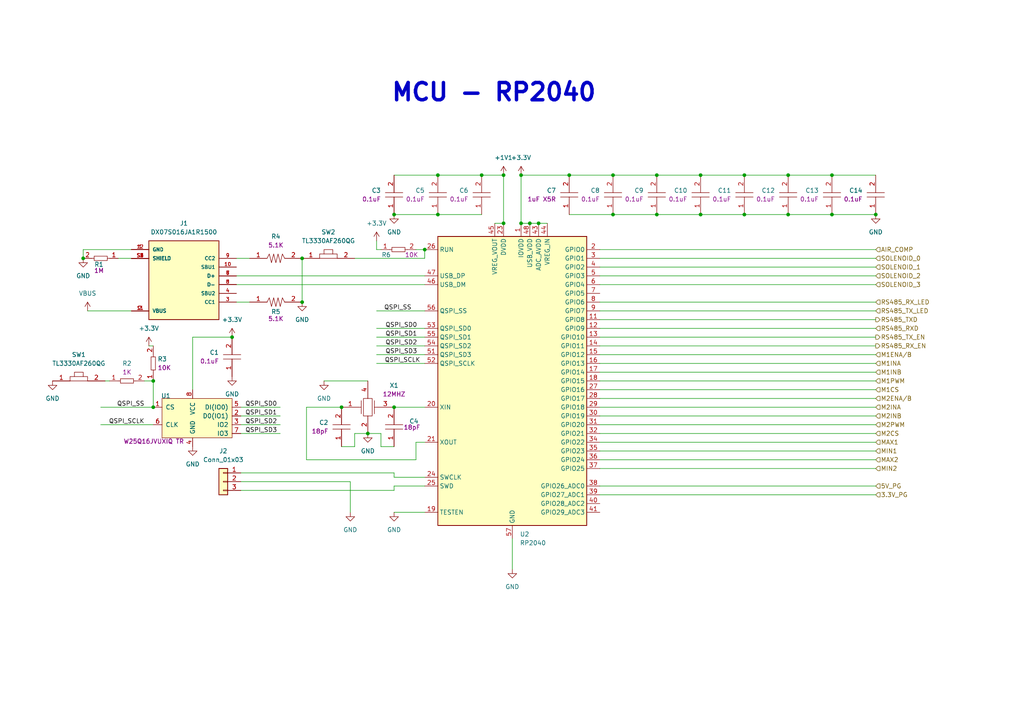
<source format=kicad_sch>
(kicad_sch (version 20231120) (generator "eeschema") (generator_version "8.0")
  (paper "A4")
  (junction (at 87.63 87.63))
  (junction (at 228.6 50.8))
  (junction (at 177.8 50.8))
  (junction (at 153.67 64.77))
  (junction (at 67.31 97.79))
  (junction (at 156.21 64.77))
  (junction (at 87.63 74.93))
  (junction (at 228.6 62.23))
  (junction (at 123.19 72.39))
  (junction (at 254 62.23))
  (junction (at 127 50.8))
  (junction (at 44.45 118.11))
  (junction (at 215.9 50.8))
  (junction (at 106.68 125.73))
  (junction (at 215.9 62.23))
  (junction (at 241.3 50.8))
  (junction (at 146.05 64.77))
  (junction (at 24.13 74.93))
  (junction (at 177.8 62.23))
  (junction (at 114.3 118.11))
  (junction (at 99.06 118.11))
  (junction (at 151.13 64.77))
  (junction (at 146.05 50.8))
  (junction (at 241.3 62.23))
  (junction (at 190.5 50.8))
  (junction (at 114.3 62.23))
  (junction (at 139.7 50.8))
  (junction (at 44.45 110.49))
  (junction (at 165.1 50.8))
  (junction (at 203.2 62.23))
  (junction (at 203.2 50.8))
  (junction (at 151.13 50.8))
  (junction (at 190.5 62.23))
  (junction (at 127 62.23))
  (wire (pts (xy 114.3 118.11) (xy 123.19 118.11)))
  (wire (pts (xy 254 143.51) (xy 173.99 143.51)))
  (wire (pts (xy 203.2 62.23) (xy 215.9 62.23)))
  (wire (pts (xy 127 62.23) (xy 139.7 62.23)))
  (wire (pts (xy 254 80.01) (xy 173.99 80.01)))
  (wire (pts (xy 127 50.8) (xy 139.7 50.8)))
  (wire (pts (xy 41.91 110.49) (xy 44.45 110.49)))
  (wire (pts (xy 114.3 62.23) (xy 127 62.23)))
  (wire (pts (xy 87.63 74.93) (xy 87.63 87.63)))
  (wire (pts (xy 146.05 50.8) (xy 146.05 64.77)))
  (wire (pts (xy 254 87.63) (xy 173.99 87.63)))
  (wire (pts (xy 109.22 97.79) (xy 123.19 97.79)))
  (wire (pts (xy 68.58 74.93) (xy 72.39 74.93)))
  (wire (pts (xy 106.68 125.73) (xy 110.49 125.73)))
  (wire (pts (xy 143.51 64.77) (xy 146.05 64.77)))
  (wire (pts (xy 69.85 118.11) (xy 81.28 118.11)))
  (wire (pts (xy 93.98 110.49) (xy 106.68 110.49)))
  (wire (pts (xy 254 125.73) (xy 173.99 125.73)))
  (wire (pts (xy 254 92.71) (xy 173.99 92.71)))
  (wire (pts (xy 29.21 123.19) (xy 44.45 123.19)))
  (wire (pts (xy 69.85 123.19) (xy 81.28 123.19)))
  (wire (pts (xy 254 95.25) (xy 173.99 95.25)))
  (wire (pts (xy 254 50.8) (xy 241.3 50.8)))
  (wire (pts (xy 25.4 90.17) (xy 38.1 90.17)))
  (wire (pts (xy 254 110.49) (xy 173.99 110.49)))
  (wire (pts (xy 114.3 138.43) (xy 123.19 138.43)))
  (wire (pts (xy 254 102.87) (xy 173.99 102.87)))
  (wire (pts (xy 68.58 87.63) (xy 72.39 87.63)))
  (wire (pts (xy 69.85 142.24) (xy 114.3 142.24)))
  (wire (pts (xy 69.85 120.65) (xy 81.28 120.65)))
  (wire (pts (xy 102.87 125.73) (xy 106.68 125.73)))
  (wire (pts (xy 148.59 165.1) (xy 148.59 156.21)))
  (wire (pts (xy 114.3 140.97) (xy 114.3 142.24)))
  (wire (pts (xy 190.5 50.8) (xy 177.8 50.8)))
  (wire (pts (xy 254 135.89) (xy 173.99 135.89)))
  (wire (pts (xy 31.75 110.49) (xy 30.48 110.49)))
  (wire (pts (xy 151.13 50.8) (xy 151.13 64.77)))
  (wire (pts (xy 254 140.97) (xy 173.99 140.97)))
  (wire (pts (xy 120.65 133.35) (xy 120.65 128.27)))
  (wire (pts (xy 254 82.55) (xy 173.99 82.55)))
  (wire (pts (xy 177.8 62.23) (xy 190.5 62.23)))
  (wire (pts (xy 55.88 97.79) (xy 55.88 113.03)))
  (wire (pts (xy 102.87 74.93) (xy 123.19 74.93)))
  (wire (pts (xy 241.3 50.8) (xy 228.6 50.8)))
  (wire (pts (xy 110.49 129.54) (xy 110.49 125.73)))
  (wire (pts (xy 254 113.03) (xy 173.99 113.03)))
  (wire (pts (xy 254 120.65) (xy 173.99 120.65)))
  (wire (pts (xy 254 118.11) (xy 173.99 118.11)))
  (wire (pts (xy 102.87 129.54) (xy 102.87 125.73)))
  (wire (pts (xy 69.85 125.73) (xy 81.28 125.73)))
  (wire (pts (xy 254 77.47) (xy 173.99 77.47)))
  (wire (pts (xy 165.1 50.8) (xy 151.13 50.8)))
  (wire (pts (xy 254 100.33) (xy 173.99 100.33)))
  (wire (pts (xy 109.22 90.17) (xy 123.19 90.17)))
  (wire (pts (xy 109.22 69.85) (xy 109.22 72.39)))
  (wire (pts (xy 34.29 74.93) (xy 38.1 74.93)))
  (wire (pts (xy 177.8 50.8) (xy 165.1 50.8)))
  (wire (pts (xy 68.58 80.01) (xy 123.19 80.01)))
  (wire (pts (xy 114.3 148.59) (xy 123.19 148.59)))
  (wire (pts (xy 153.67 64.77) (xy 156.21 64.77)))
  (wire (pts (xy 120.65 72.39) (xy 123.19 72.39)))
  (wire (pts (xy 228.6 62.23) (xy 241.3 62.23)))
  (wire (pts (xy 114.3 129.54) (xy 110.49 129.54)))
  (wire (pts (xy 165.1 62.23) (xy 177.8 62.23)))
  (wire (pts (xy 254 128.27) (xy 173.99 128.27)))
  (wire (pts (xy 101.6 139.7) (xy 101.6 148.59)))
  (wire (pts (xy 120.65 128.27) (xy 123.19 128.27)))
  (wire (pts (xy 88.9 133.35) (xy 120.65 133.35)))
  (wire (pts (xy 69.85 137.16) (xy 114.3 137.16)))
  (wire (pts (xy 139.7 50.8) (xy 146.05 50.8)))
  (wire (pts (xy 151.13 64.77) (xy 153.67 64.77)))
  (wire (pts (xy 114.3 50.8) (xy 127 50.8)))
  (wire (pts (xy 24.13 72.39) (xy 24.13 74.93)))
  (wire (pts (xy 254 74.93) (xy 173.99 74.93)))
  (wire (pts (xy 254 123.19) (xy 173.99 123.19)))
  (wire (pts (xy 215.9 50.8) (xy 203.2 50.8)))
  (wire (pts (xy 203.2 50.8) (xy 190.5 50.8)))
  (wire (pts (xy 254 105.41) (xy 173.99 105.41)))
  (wire (pts (xy 109.22 72.39) (xy 110.49 72.39)))
  (wire (pts (xy 99.06 129.54) (xy 102.87 129.54)))
  (wire (pts (xy 109.22 100.33) (xy 123.19 100.33)))
  (wire (pts (xy 215.9 62.23) (xy 228.6 62.23)))
  (wire (pts (xy 67.31 97.79) (xy 55.88 97.79)))
  (wire (pts (xy 68.58 82.55) (xy 123.19 82.55)))
  (wire (pts (xy 123.19 74.93) (xy 123.19 72.39)))
  (wire (pts (xy 241.3 62.23) (xy 254 62.23)))
  (wire (pts (xy 29.21 118.11) (xy 44.45 118.11)))
  (wire (pts (xy 69.85 139.7) (xy 101.6 139.7)))
  (wire (pts (xy 254 130.81) (xy 173.99 130.81)))
  (wire (pts (xy 123.19 140.97) (xy 114.3 140.97)))
  (wire (pts (xy 109.22 105.41) (xy 123.19 105.41)))
  (wire (pts (xy 38.1 72.39) (xy 24.13 72.39)))
  (wire (pts (xy 228.6 50.8) (xy 215.9 50.8)))
  (wire (pts (xy 254 115.57) (xy 173.99 115.57)))
  (wire (pts (xy 88.9 118.11) (xy 88.9 133.35)))
  (wire (pts (xy 254 97.79) (xy 173.99 97.79)))
  (wire (pts (xy 156.21 64.77) (xy 158.75 64.77)))
  (wire (pts (xy 190.5 62.23) (xy 203.2 62.23)))
  (wire (pts (xy 44.45 100.33) (xy 43.18 100.33)))
  (wire (pts (xy 254 107.95) (xy 173.99 107.95)))
  (wire (pts (xy 254 133.35) (xy 173.99 133.35)))
  (wire (pts (xy 109.22 102.87) (xy 123.19 102.87)))
  (wire (pts (xy 254 72.39) (xy 173.99 72.39)))
  (wire (pts (xy 44.45 110.49) (xy 44.45 118.11)))
  (wire (pts (xy 254 90.17) (xy 173.99 90.17)))
  (wire (pts (xy 88.9 118.11) (xy 99.06 118.11)))
  (wire (pts (xy 114.3 137.16) (xy 114.3 138.43)))
  (wire (pts (xy 109.22 95.25) (xy 123.19 95.25)))
  (text "MCU - RP2040\n" (at 143.256 26.924 0) (effects (font (size 5 5) (thickness 1) (bold yes))))
  (label "QSPI_SD3" (at 71.12 125.73 0))
  (label "QSPI_SS" (at 41.91 118.11 180))
  (label "QSPI_SD1" (at 71.12 120.65 0))
  (label "QSPI_SD0" (at 71.12 118.11 0))
  (label "QSPI_SD3" (at 111.76 102.87 0))
  (label "QSPI_SS" (at 119.38 90.17 180))
  (label "QSPI_SCLK" (at 121.92 105.41 180))
  (label "QSPI_SD0" (at 111.76 95.25 0))
  (label "QSPI_SCLK" (at 41.91 123.19 180))
  (label "QSPI_SD2" (at 71.12 123.19 0))
  (label "QSPI_SD2" (at 111.76 100.33 0))
  (label "QSPI_SD1" (at 111.76 97.79 0))
  (hierarchical_label "RS485_TX_LED" (shape input) (at 254 90.17 0))
  (hierarchical_label "RS485_RX_LED" (shape input) (at 254 87.63 0))
  (hierarchical_label "MIN2" (shape input) (at 254 135.89 0))
  (hierarchical_label "M1CS" (shape input) (at 254 113.03 0))
  (hierarchical_label "SOLENOID_2" (shape input) (at 254 80.01 0))
  (hierarchical_label "M2ENA{slash}B" (shape input) (at 254 115.57 0))
  (hierarchical_label "RS485_RX_EN" (shape output) (at 254 100.33 0))
  (hierarchical_label "RS485_TX_EN" (shape output) (at 254 97.79 0))
  (hierarchical_label "SOLENOID_3" (shape input) (at 254 82.55 0))
  (hierarchical_label "M2CS" (shape input) (at 254 125.73 0))
  (hierarchical_label "SOLENOID_1" (shape input) (at 254 77.47 0))
  (hierarchical_label "3.3V_PG" (shape input) (at 254 143.51 0))
  (hierarchical_label "M1INA" (shape input) (at 254 105.41 0))
  (hierarchical_label "M1ENA{slash}B" (shape input) (at 254 102.87 0))
  (hierarchical_label "M1PWM" (shape input) (at 254 110.49 0))
  (hierarchical_label "RS485_TXD" (shape output) (at 254 92.71 0))
  (hierarchical_label "5V_PG" (shape input) (at 254 140.97 0))
  (hierarchical_label "AIR_COMP" (shape input) (at 254 72.39 0))
  (hierarchical_label "MIN1" (shape input) (at 254 130.81 0))
  (hierarchical_label "MAX2" (shape input) (at 254 133.35 0))
  (hierarchical_label "M2PWM" (shape input) (at 254 123.19 0))
  (hierarchical_label "MAX1" (shape input) (at 254 128.27 0))
  (hierarchical_label "SOLENOID_0" (shape input) (at 254 74.93 0))
  (hierarchical_label "RS485_RXD" (shape input) (at 254 95.25 0))
  (hierarchical_label "M2INA" (shape input) (at 254 118.11 0))
  (hierarchical_label "M1INB" (shape input) (at 254 107.95 0))
  (hierarchical_label "M2INB" (shape input) (at 254 120.65 0))
  (symbol (lib_id "power:GND") (at 106.68 125.73 0) (unit 1)
    (property "Reference" "#PWR011" (effects (hide yes)))
    (property "Value" "GND" (at 106.68 130.81 0))
  )
  (symbol (lib_id "power:+3.3V") (at 43.18 100.33 0) (unit 1)
    (property "Reference" "#PWR04" (effects (hide yes)))
    (property "Value" "+3.3V" (at 43.18 95.25 0))
  )
  (symbol (lib_id "AVR-KiCAD-Lib-Resistors:RT0603BRD071ML") (at 29.21 74.93 180) (unit 1)
    (property "Reference" "R1" (at 28.702 76.708 0))
    (property "Value" "RT0603BRD071ML" (effects (hide yes)))
    (property "Footprint" "AVR-KiCAD-Lib-Resistors:R0603" (effects (hide yes)))
    (property "Datasheet" "https://www.yageo.com/upload/media/product/app/datasheet/rchip/pyu-rt_1-to-0.01_rohs_l.pdf" (effects (hide yes)))
    (property "Description" "RES SMD 1M OHM 0.1% 1/10W 0603" (effects (hide yes)))
    (property "Cost QTY: 1" "0.13000" (effects (hide yes)))
    (property "Cost QTY: 1000" "0.04943" (effects (hide yes)))
    (property "Cost QTY: 2500" "*" (effects (hide yes)))
    (property "Cost QTY: 5000" "0.03679" (effects (hide yes)))
    (property "Cost QTY: 10000" "0.03224" (effects (hide yes)))
    (property "MFR" "YAGEO" (effects (hide yes)))
    (property "MFR#" "RT0603BRD071ML" (effects (hide yes)))
    (property "Vendor" "Digikey" (effects (hide yes)))
    (property "Vendor #" "YAG4498TR-ND" (effects (hide yes)))
    (property "Designer" "Adam Vadala-Roth" (effects (hide yes)))
    (property "Height" "0.55mm" (effects (hide yes)))
    (property "Date Created" "3/8/2024" (effects (hide yes)))
    (property "Date Modified" "3/8/2024" (effects (hide yes)))
    (property "Lead-Free ?" "Yes" (effects (hide yes)))
    (property "RoHS Levels" "1" (effects (hide yes)))
    (property "Mounting" "SMT" (effects (hide yes)))
    (property "Pin Count #" "2" (effects (hide yes)))
    (property "Status" "Active" (effects (hide yes)))
    (property "Tolerance" "1%" (effects (hide yes)))
    (property "Type" "Resistor" (effects (hide yes)))
    (property "Voltage" "N/A" (effects (hide yes)))
    (property "Package" "0603" (effects (hide yes)))
    (property "_Value_" "1M" (at 28.702 78.486 0))
    (property "Management_ID" "*" (effects (hide yes)))
  )
  (symbol (lib_id "AVR-KiCAD-Lib-Capacitors:C0402C104K9PACTU") (at 254 57.15 90) (unit 1)
    (property "Reference" "C14" (at 250.19 55.2449 90) (effects (justify left)))
    (property "Value" "C0402C104K9PACTU" (effects (hide yes)))
    (property "Footprint" "AVR-KiCAD-Lib-Resistors:R0402" (effects (hide yes)))
    (property "Datasheet" "https://content.kemet.com/datasheets/KEM_C1006_X5R_SMD.pdf" (effects (hide yes)))
    (property "Description" "0.1µF ±10% 6.3V Ceramic Capacitor X5R 0402 (1005 Metric)" (effects (hide yes)))
    (property "Cost QTY: 1" "0.10000" (effects (hide yes)))
    (property "Cost QTY: 1000" "0.01139" (effects (hide yes)))
    (property "Cost QTY: 2500" "0.01035" (effects (hide yes)))
    (property "Cost QTY: 5000" "0.00952" (effects (hide yes)))
    (property "Cost QTY: 10000" "0.00756" (effects (hide yes)))
    (property "MFR" "KEMET" (effects (hide yes)))
    (property "MFR#" "C0402C104K9PACTU" (effects (hide yes)))
    (property "Vendor" "Digikey" (effects (hide yes)))
    (property "Vendor #" "399-3026-6-ND" (effects (hide yes)))
    (property "Designer" "AVR" (effects (hide yes)))
    (property "Height" "0.55mm" (effects (hide yes)))
    (property "Date Created" "12/7/2019" (effects (hide yes)))
    (property "Date Modified" "12/7/2019" (effects (hide yes)))
    (property "Lead-Free ?" "Yes" (effects (hide yes)))
    (property "RoHS Levels" "1" (effects (hide yes)))
    (property "Mounting" "SMT" (effects (hide yes)))
    (property "Pin Count #" "2" (effects (hide yes)))
    (property "Status" "Active" (effects (hide yes)))
    (property "Tolerance" "10%" (effects (hide yes)))
    (property "Type" "Ceramic Cap" (effects (hide yes)))
    (property "Voltage" "6.3V" (effects (hide yes)))
    (property "Package" "0402" (effects (hide yes)))
    (property "_Value_" "0.1uF" (at 250.19 57.7849 90) (effects (justify left)))
    (property "Management_ID" "*" (effects (hide yes)))
  )
  (symbol (lib_id "power:+1V1") (at 146.05 50.8 0) (unit 1)
    (property "Reference" "#PWR015" (effects (hide yes)))
    (property "Value" "+1V1" (at 146.05 45.72 0))
  )
  (symbol (lib_id "power:GND") (at 93.98 110.49 0) (unit 1)
    (property "Reference" "#PWR09" (effects (hide yes)))
    (property "Value" "GND" (at 93.98 115.57 0))
  )
  (symbol (lib_id "Connector_Generic:Conn_01x03") (at 64.77 139.7 0) (mirror y) (unit 1)
    (property "Reference" "J2" (at 64.77 130.81 0))
    (property "Value" "Conn_01x03" (at 64.77 133.35 0))
    (property "Description" "Generic connector, single row, 01x03, script generated (kicad-library-utils/schlib/autogen/connector/)" (effects (hide yes)))
  )
  (symbol (lib_id "power:+3.3V") (at 151.13 50.8 0) (unit 1)
    (property "Reference" "#PWR017" (effects (hide yes)))
    (property "Value" "+3.3V" (at 151.13 45.72 0))
  )
  (symbol (lib_id "AVR-KiCAD-Lib-Resistors:RC1206FR-075K1L") (at 80.01 87.63 0) (unit 1)
    (property "Reference" "R5" (at 80.01 90.424 0))
    (property "Value" "RC1206FR-075K1L" (effects (hide yes)))
    (property "Footprint" "AVR-KiCAD-Lib-Resistors:R1206" (effects (hide yes)))
    (property "Description" "RES SMD 5.1K OHM 1% 1/4W 1206" (effects (hide yes)))
    (property "Cost QTY: 1" "0.10000	" (effects (hide yes)))
    (property "Cost QTY: 1000" "0.01480" (effects (hide yes)))
    (property "Cost QTY: 2500" "0.01300" (effects (hide yes)))
    (property "Cost QTY: 5000" "*" (effects (hide yes)))
    (property "Cost QTY: 10000" "*" (effects (hide yes)))
    (property "MFR" "Yageo" (effects (hide yes)))
    (property "MFR#" "RC1206FR-075K1L" (effects (hide yes)))
    (property "Vendor" "Digikey" (effects (hide yes)))
    (property "Vendor #" "311-5.10KFRCT-ND" (effects (hide yes)))
    (property "Designer" "AVR" (effects (hide yes)))
    (property "Height" "0.65mm" (effects (hide yes)))
    (property "Date Created" "5/2/2019" (effects (hide yes)))
    (property "Date Modified" "5/2/2019" (effects (hide yes)))
    (property "Lead-Free ?" "Yes" (effects (hide yes)))
    (property "RoHS Levels" "1" (effects (hide yes)))
    (property "Mounting" "SMT" (effects (hide yes)))
    (property "Pin Count #" "2" (effects (hide yes)))
    (property "Status" "Active" (effects (hide yes)))
    (property "Tolerance" "1%" (effects (hide yes)))
    (property "Type" "SMT Chip Resistor " (effects (hide yes)))
    (property "Voltage" "*" (effects (hide yes)))
    (property "Package" "1206" (effects (hide yes)))
    (property "_Value_" "5.1K" (at 80.01 92.456 0))
    (property "Management_ID" "*" (effects (hide yes)))
  )
  (symbol (lib_id "power:+3.3V") (at 67.31 97.79 0) (unit 1)
    (property "Reference" "#PWR06" (effects (hide yes)))
    (property "Value" "+3.3V" (at 67.31 92.71 0))
  )
  (symbol (lib_id "AVR-KiCAD-Lib-Capacitors:C0402C104K9PACTU") (at 203.2 57.15 90) (unit 1)
    (property "Reference" "C10" (at 199.39 55.2449 90) (effects (justify left)))
    (property "Value" "C0402C104K9PACTU" (effects (hide yes)))
    (property "Footprint" "AVR-KiCAD-Lib-Resistors:R0402" (effects (hide yes)))
    (property "Datasheet" "https://content.kemet.com/datasheets/KEM_C1006_X5R_SMD.pdf" (effects (hide yes)))
    (property "Description" "0.1µF ±10% 6.3V Ceramic Capacitor X5R 0402 (1005 Metric)" (effects (hide yes)))
    (property "Cost QTY: 1" "0.10000" (effects (hide yes)))
    (property "Cost QTY: 1000" "0.01139" (effects (hide yes)))
    (property "Cost QTY: 2500" "0.01035" (effects (hide yes)))
    (property "Cost QTY: 5000" "0.00952" (effects (hide yes)))
    (property "Cost QTY: 10000" "0.00756" (effects (hide yes)))
    (property "MFR" "KEMET" (effects (hide yes)))
    (property "MFR#" "C0402C104K9PACTU" (effects (hide yes)))
    (property "Vendor" "Digikey" (effects (hide yes)))
    (property "Vendor #" "399-3026-6-ND" (effects (hide yes)))
    (property "Designer" "AVR" (effects (hide yes)))
    (property "Height" "0.55mm" (effects (hide yes)))
    (property "Date Created" "12/7/2019" (effects (hide yes)))
    (property "Date Modified" "12/7/2019" (effects (hide yes)))
    (property "Lead-Free ?" "Yes" (effects (hide yes)))
    (property "RoHS Levels" "1" (effects (hide yes)))
    (property "Mounting" "SMT" (effects (hide yes)))
    (property "Pin Count #" "2" (effects (hide yes)))
    (property "Status" "Active" (effects (hide yes)))
    (property "Tolerance" "10%" (effects (hide yes)))
    (property "Type" "Ceramic Cap" (effects (hide yes)))
    (property "Voltage" "6.3V" (effects (hide yes)))
    (property "Package" "0402" (effects (hide yes)))
    (property "_Value_" "0.1uF" (at 199.39 57.7849 90) (effects (justify left)))
    (property "Management_ID" "*" (effects (hide yes)))
  )
  (symbol (lib_id "power:VBUS") (at 25.4 90.17 0) (unit 1)
    (property "Reference" "#PWR03" (effects (hide yes)))
    (property "Value" "VBUS" (at 25.4 85.09 0))
  )
  (symbol (lib_id "AVR-KiCAD-Lib-Capacitors:C0402C104K9PACTU") (at 114.3 57.15 90) (unit 1)
    (property "Reference" "C3" (at 110.49 55.2449 90) (effects (justify left)))
    (property "Value" "C0402C104K9PACTU" (effects (hide yes)))
    (property "Footprint" "AVR-KiCAD-Lib-Resistors:R0402" (effects (hide yes)))
    (property "Datasheet" "https://content.kemet.com/datasheets/KEM_C1006_X5R_SMD.pdf" (effects (hide yes)))
    (property "Description" "0.1µF ±10% 6.3V Ceramic Capacitor X5R 0402 (1005 Metric)" (effects (hide yes)))
    (property "Cost QTY: 1" "0.10000" (effects (hide yes)))
    (property "Cost QTY: 1000" "0.01139" (effects (hide yes)))
    (property "Cost QTY: 2500" "0.01035" (effects (hide yes)))
    (property "Cost QTY: 5000" "0.00952" (effects (hide yes)))
    (property "Cost QTY: 10000" "0.00756" (effects (hide yes)))
    (property "MFR" "KEMET" (effects (hide yes)))
    (property "MFR#" "C0402C104K9PACTU" (effects (hide yes)))
    (property "Vendor" "Digikey" (effects (hide yes)))
    (property "Vendor #" "399-3026-6-ND" (effects (hide yes)))
    (property "Designer" "AVR" (effects (hide yes)))
    (property "Height" "0.55mm" (effects (hide yes)))
    (property "Date Created" "12/7/2019" (effects (hide yes)))
    (property "Date Modified" "12/7/2019" (effects (hide yes)))
    (property "Lead-Free ?" "Yes" (effects (hide yes)))
    (property "RoHS Levels" "1" (effects (hide yes)))
    (property "Mounting" "SMT" (effects (hide yes)))
    (property "Pin Count #" "2" (effects (hide yes)))
    (property "Status" "Active" (effects (hide yes)))
    (property "Tolerance" "10%" (effects (hide yes)))
    (property "Type" "Ceramic Cap" (effects (hide yes)))
    (property "Voltage" "6.3V" (effects (hide yes)))
    (property "Package" "0402" (effects (hide yes)))
    (property "_Value_" "0.1uF" (at 110.49 57.7849 90) (effects (justify left)))
    (property "Management_ID" "*" (effects (hide yes)))
  )
  (symbol (lib_id "AVR-KiCAD-Lib-ICs:W25Q16JVUXIQ_TR") (at 46.99 127 0) (unit 1)
    (property "Reference" "U1" (at 46.736 114.808 0) (effects (justify left)))
    (property "Value" "TEMPLATE" (effects (hide yes)))
    (property "Footprint" "AVR-KiCAD-Lib-ICs:PSON50P300X200X60-9N" (effects (hide yes)))
    (property "Datasheet" "https://www.winbond.com/resource-files/w25q16jv%20spi%20revh%2004082019%20plus.pdf" (effects (hide yes)))
    (property "Description" "FLASH - NOR Memory IC 16Mbit SPI - Quad I/O 133 MHz 6 ns 8-USON (2x3)" (effects (hide yes)))
    (property "Cost QTY: 1" "0.58000" (effects (hide yes)))
    (property "Cost QTY: 1000" "0.43459" (effects (hide yes)))
    (property "Cost QTY: 2500" "*" (effects (hide yes)))
    (property "Cost QTY: 5000" "*" (effects (hide yes)))
    (property "Cost QTY: 10000" "*" (effects (hide yes)))
    (property "MFR" "Winbond Electronics" (effects (hide yes)))
    (property "MFR#" "W25Q16JVUXIQ TR" (effects (hide yes)))
    (property "Vendor" "Digikey" (effects (hide yes)))
    (property "Vendor #" "256-W25Q16JVUXIQTR-ND" (effects (hide yes)))
    (property "Designer" "Adam Vadala-Roth" (effects (hide yes)))
    (property "Height" "0.5mm" (effects (hide yes)))
    (property "Date Created" "4/13/2024" (effects (hide yes)))
    (property "Date Modified" "4/13/2024" (effects (hide yes)))
    (property "Lead-Free ?" "yes" (effects (hide yes)))
    (property "RoHS Levels" "1" (effects (hide yes)))
    (property "Mounting" "SMT" (effects (hide yes)))
    (property "Pin Count #" "8" (effects (hide yes)))
    (property "Status" "Active" (effects (hide yes)))
    (property "Tolerance" "*" (effects (hide yes)))
    (property "Type" "IC" (effects (hide yes)))
    (property "Voltage" "3.3V" (effects (hide yes)))
    (property "Package" "UFDFN" (effects (hide yes)))
    (property "_Value_" "W25Q16JVUXIQ TR" (at 35.814 128.016 0) (effects (justify left)))
    (property "Management_ID" "*" (effects (hide yes)))
  )
  (symbol (lib_id "AVR-KiCAD-Lib-Capacitors:CC0603KRX5R7BB105") (at 165.1 57.15 90) (unit 1)
    (property "Reference" "C7" (at 161.29 55.2449 90) (effects (justify left)))
    (property "Value" "CC0603KRX5R7BB105" (effects (hide yes)))
    (property "Footprint" "AVR-KiCAD-Lib-Capacitors:C0603" (effects (hide yes)))
    (property "Datasheet" "https://www.yageo.com/upload/media/product/productsearch/datasheet/mlcc/UPY-GPHC_X5R_4V-to-50V_25.pdf" (effects (hide yes)))
    (property "Description" "1µF ±10% 16V Ceramic Capacitor X5R 0603 (1608 Metric)" (effects (hide yes)))
    (property "Cost QTY: 1" "0.11000" (effects (hide yes)))
    (property "Cost QTY: 1000" "0.02217" (effects (hide yes)))
    (property "Cost QTY: 2500" "*" (effects (hide yes)))
    (property "Cost QTY: 5000" "0.01645" (effects (hide yes)))
    (property "Cost QTY: 10000" "0.01530" (effects (hide yes)))
    (property "MFR" "Yageo" (effects (hide yes)))
    (property "MFR#" "CC0603KRX5R7BB105" (effects (hide yes)))
    (property "Vendor" "Digikey" (effects (hide yes)))
    (property "Vendor #" "311-1444-1-ND" (effects (hide yes)))
    (property "Designer" "AVR" (effects (hide yes)))
    (property "Height" "0.9mm" (effects (hide yes)))
    (property "Date Created" "12/7/2019" (effects (hide yes)))
    (property "Date Modified" "12/7/2019" (effects (hide yes)))
    (property "Lead-Free ?" "Yes" (effects (hide yes)))
    (property "RoHS Levels" "1" (effects (hide yes)))
    (property "Mounting" "SMT" (effects (hide yes)))
    (property "Pin Count #" "2" (effects (hide yes)))
    (property "Status" "Active" (effects (hide yes)))
    (property "Tolerance" "10%" (effects (hide yes)))
    (property "Type" "Ceramic Cap" (effects (hide yes)))
    (property "Voltage" "16V" (effects (hide yes)))
    (property "Package" "0603" (effects (hide yes)))
    (property "_Value_" "1uF X5R" (at 161.29 57.7849 90) (effects (justify left)))
    (property "Management_ID" "*" (effects (hide yes)))
  )
  (symbol (lib_id "AVR-KiCAD-Lib-Resistors:RC1206FR-075K1L") (at 80.01 74.93 0) (unit 1)
    (property "Reference" "R4" (at 80.01 68.58 0))
    (property "Value" "RC1206FR-075K1L" (effects (hide yes)))
    (property "Footprint" "AVR-KiCAD-Lib-Resistors:R1206" (effects (hide yes)))
    (property "Description" "RES SMD 5.1K OHM 1% 1/4W 1206" (effects (hide yes)))
    (property "Cost QTY: 1" "0.10000	" (effects (hide yes)))
    (property "Cost QTY: 1000" "0.01480" (effects (hide yes)))
    (property "Cost QTY: 2500" "0.01300" (effects (hide yes)))
    (property "Cost QTY: 5000" "*" (effects (hide yes)))
    (property "Cost QTY: 10000" "*" (effects (hide yes)))
    (property "MFR" "Yageo" (effects (hide yes)))
    (property "MFR#" "RC1206FR-075K1L" (effects (hide yes)))
    (property "Vendor" "Digikey" (effects (hide yes)))
    (property "Vendor #" "311-5.10KFRCT-ND" (effects (hide yes)))
    (property "Designer" "AVR" (effects (hide yes)))
    (property "Height" "0.65mm" (effects (hide yes)))
    (property "Date Created" "5/2/2019" (effects (hide yes)))
    (property "Date Modified" "5/2/2019" (effects (hide yes)))
    (property "Lead-Free ?" "Yes" (effects (hide yes)))
    (property "RoHS Levels" "1" (effects (hide yes)))
    (property "Mounting" "SMT" (effects (hide yes)))
    (property "Pin Count #" "2" (effects (hide yes)))
    (property "Status" "Active" (effects (hide yes)))
    (property "Tolerance" "1%" (effects (hide yes)))
    (property "Type" "SMT Chip Resistor " (effects (hide yes)))
    (property "Voltage" "*" (effects (hide yes)))
    (property "Package" "1206" (effects (hide yes)))
    (property "_Value_" "5.1K" (at 80.01 71.12 0))
    (property "Management_ID" "*" (effects (hide yes)))
  )
  (symbol (lib_id "power:GND") (at 87.63 87.63 0) (unit 1)
    (property "Reference" "#PWR08" (effects (hide yes)))
    (property "Value" "GND" (at 87.63 92.71 0))
  )
  (symbol (lib_id "AVR-KiCAD-Lib-Capacitors:GCM1555C1H180GA16D") (at 99.06 124.46 90) (unit 1)
    (property "Reference" "C2" (at 95.25 122.5549 90) (effects (justify left)))
    (property "Value" "GCM1555C1H180GA16D" (effects (hide yes)))
    (property "Footprint" "growbox-KiCAD-Capacitors:C0402" (effects (hide yes)))
    (property "Datasheet" "https://search.murata.co.jp/Ceramy/image/img/A01X/G101/ENG/GCM1555C1H180GA16-01.pdf" (effects (hide yes)))
    (property "Description" "18pF ±2% 50V Ceramic Capacitor C0G, NP0 0402 (1005 Metric)" (effects (hide yes)))
    (property "Cost QTY: 1" "0.11000" (effects (hide yes)))
    (property "Cost QTY: 1000" "0.02079" (effects (hide yes)))
    (property "Cost QTY: 2500" "0.01934" (effects (hide yes)))
    (property "Cost QTY: 5000" "0.01770" (effects (hide yes)))
    (property "Cost QTY: 10000" "0.01432" (effects (hide yes)))
    (property "MFR" "Murata Electronics" (effects (hide yes)))
    (property "MFR#" "GCM1555C1H180GA16D" (effects (hide yes)))
    (property "Vendor" "Digikey" (effects (hide yes)))
    (property "Vendor #" "490-16456-2-ND" (effects (hide yes)))
    (property "Designer" "AVR" (effects (hide yes)))
    (property "Height" "0.55mm" (effects (hide yes)))
    (property "Date Created" "6/16/2020" (effects (hide yes)))
    (property "Date Modified" "6/16/2020" (effects (hide yes)))
    (property "Lead-Free ?" "Yes" (effects (hide yes)))
    (property "RoHS Levels" "1" (effects (hide yes)))
    (property "Mounting" "SMT" (effects (hide yes)))
    (property "Pin Count #" "2" (effects (hide yes)))
    (property "Status" "Active" (effects (hide yes)))
    (property "Tolerance" "2%" (effects (hide yes)))
    (property "Type" "Ceramic CAP" (effects (hide yes)))
    (property "Voltage" "50V" (effects (hide yes)))
    (property "Package" "0402" (effects (hide yes)))
    (property "_Value_" "18pF" (at 95.25 125.0949 90) (effects (justify left)))
    (property "Management_ID" "*" (effects (hide yes)))
  )
  (symbol (lib_id "power:GND") (at 148.59 165.1 0) (unit 1)
    (property "Reference" "#PWR016" (effects (hide yes)))
    (property "Value" "GND" (at 148.59 170.18 0))
  )
  (symbol (lib_id "power:+3.3V") (at 109.22 69.85 0) (unit 1)
    (property "Reference" "#PWR012" (effects (hide yes)))
    (property "Value" "+3.3V" (at 109.22 64.77 0))
  )
  (symbol (lib_id "AVR-KiCAD-Lib-Capacitors:C0402C104K9PACTU") (at 190.5 57.15 90) (unit 1)
    (property "Reference" "C9" (at 186.69 55.2449 90) (effects (justify left)))
    (property "Value" "C0402C104K9PACTU" (effects (hide yes)))
    (property "Footprint" "AVR-KiCAD-Lib-Resistors:R0402" (effects (hide yes)))
    (property "Datasheet" "https://content.kemet.com/datasheets/KEM_C1006_X5R_SMD.pdf" (effects (hide yes)))
    (property "Description" "0.1µF ±10% 6.3V Ceramic Capacitor X5R 0402 (1005 Metric)" (effects (hide yes)))
    (property "Cost QTY: 1" "0.10000" (effects (hide yes)))
    (property "Cost QTY: 1000" "0.01139" (effects (hide yes)))
    (property "Cost QTY: 2500" "0.01035" (effects (hide yes)))
    (property "Cost QTY: 5000" "0.00952" (effects (hide yes)))
    (property "Cost QTY: 10000" "0.00756" (effects (hide yes)))
    (property "MFR" "KEMET" (effects (hide yes)))
    (property "MFR#" "C0402C104K9PACTU" (effects (hide yes)))
    (property "Vendor" "Digikey" (effects (hide yes)))
    (property "Vendor #" "399-3026-6-ND" (effects (hide yes)))
    (property "Designer" "AVR" (effects (hide yes)))
    (property "Height" "0.55mm" (effects (hide yes)))
    (property "Date Created" "12/7/2019" (effects (hide yes)))
    (property "Date Modified" "12/7/2019" (effects (hide yes)))
    (property "Lead-Free ?" "Yes" (effects (hide yes)))
    (property "RoHS Levels" "1" (effects (hide yes)))
    (property "Mounting" "SMT" (effects (hide yes)))
    (property "Pin Count #" "2" (effects (hide yes)))
    (property "Status" "Active" (effects (hide yes)))
    (property "Tolerance" "10%" (effects (hide yes)))
    (property "Type" "Ceramic Cap" (effects (hide yes)))
    (property "Voltage" "6.3V" (effects (hide yes)))
    (property "Package" "0402" (effects (hide yes)))
    (property "_Value_" "0.1uF" (at 186.69 57.7849 90) (effects (justify left)))
    (property "Management_ID" "*" (effects (hide yes)))
  )
  (symbol (lib_id "AVR-KiCAD-Lib-Mech-Switches:TL3330AF260QG") (at 95.25 74.93 0) (unit 1)
    (property "Reference" "SW2" (at 95.25 67.31 0))
    (property "Value" "TL3330AF260QG" (at 95.25 69.85 0))
    (property "Footprint" "AVR-KiCAD-Lib-Mech-Switches:SW_TL3330AF260QG" (effects (hide yes)))
    (property "Datasheet" "https://sten-eswitch-13110800-production.s3.amazonaws.com/system/asset/product_line/data_sheet/163/TL3330.pdf" (effects (hide yes)))
    (property "Description" "Tactile Switch SPST-NO Side Actuated Surface Mount, Right Angle" (effects (hide yes)))
    (property "Cost QTY: 1" "0.51000" (effects (hide yes)))
    (property "Cost QTY: 1000" "0.30734" (effects (hide yes)))
    (property "Cost QTY: 2500" "0.30734" (effects (hide yes)))
    (property "Cost QTY: 5000" "0.29107" (effects (hide yes)))
    (property "Cost QTY: 10000" "0.26938" (effects (hide yes)))
    (property "MFR" "E-Switch" (effects (hide yes)))
    (property "MFR#" "TL3330AF260QG" (effects (hide yes)))
    (property "Vendor" "Digikey" (effects (hide yes)))
    (property "Vendor #" "EG4389TR-ND" (effects (hide yes)))
    (property "Designer" "AVR" (effects (hide yes)))
    (property "Height" "4.4mm" (effects (hide yes)))
    (property "Date Created" "4/14/2024" (effects (hide yes)))
    (property "Date Modified" "4/14/2024" (effects (hide yes)))
    (property "Lead-Free ?" "Yes" (effects (hide yes)))
    (property "RoHS Levels" "1" (effects (hide yes)))
    (property "Mounting" "SMT" (effects (hide yes)))
    (property "Pin Count #" "2" (effects (hide yes)))
    (property "Status" "Active" (effects (hide yes)))
    (property "Tolerance" "*" (effects (hide yes)))
    (property "Type" "Mechanical Momentary Switch " (effects (hide yes)))
    (property "Voltage" "12VDC" (effects (hide yes)))
    (property "Package" "Proprietary" (effects (hide yes)))
    (property "_Value_" "TL3330AF260QG" (effects (hide yes)))
    (property "Management_ID" "*" (effects (hide yes)))
  )
  (symbol (lib_id "power:GND") (at 67.31 109.22 0) (unit 1)
    (property "Reference" "#PWR07" (effects (hide yes)))
    (property "Value" "GND" (at 67.31 114.3 0))
  )
  (symbol (lib_id "AVR-KiCAD-Lib-Connectors:DX07S016JA1R1500") (at 63.5 92.71 180) (unit 1)
    (property "Reference" "J1" (at 53.34 64.77 0))
    (property "Value" "DX07S016JA1R1500" (at 53.34 67.31 0))
    (property "Footprint" "AVR-KiCAD-Lib-Connectors:JAE_DX07S016JA1R1500" (effects (hide yes)))
    (property "Datasheet" "https://www.jae.com/direct/topics/topics_file_download/?topics_id=91780&ext_no=04&_lang=en&v=2020041313384666992409" (effects (hide yes)))
    (property "Description" "USB-C (USB TYPE-C) USB 2.0 Receptacle Connector 24 (16+8 Dummy) Position Surface Mount, Right Angle; Through Hole" (effects (hide yes)))
    (property "Cost QTY: 1" "1.51000" (effects (hide yes)))
    (property "Cost QTY: 1000" "0.81200" (effects (hide yes)))
    (property "Cost QTY: 2500" "*" (effects (hide yes)))
    (property "Cost QTY: 5000" "*" (effects (hide yes)))
    (property "Cost QTY: 10000" "*" (effects (hide yes)))
    (property "MFR" "JAE Electronics" (effects (hide yes)))
    (property "MFR#" "DX07S016JA1R1500" (effects (hide yes)))
    (property "Vendor" "Digikey" (effects (hide yes)))
    (property "Vendor #" "670-DX07S016JA1R1500TR-ND" (effects (hide yes)))
    (property "Designer" "AVR" (effects (hide yes)))
    (property "Height" "3.2mm" (effects (hide yes)))
    (property "Date Created" "2/10/2021" (effects (hide yes)))
    (property "Date Modified" "2/10/2021" (effects (hide yes)))
    (property "Lead-Free ?" "Yes" (effects (hide yes)))
    (property "RoHS Levels" "1" (effects (hide yes)))
    (property "Mounting" "Throughhole & SMT" (effects (hide yes)))
    (property "Pin Count #" "16" (effects (hide yes)))
    (property "Status" "Active" (effects (hide yes)))
    (property "Tolerance" "*" (effects (hide yes)))
    (property "Type" "USB-C" (effects (hide yes)))
    (property "Voltage" "20V" (effects (hide yes)))
    (property "Package" "*" (effects (hide yes)))
    (property "_Value_" "DX07S016JA1R1500" (effects (hide yes)))
    (property "Management_ID" "*" (effects (hide yes)))
  )
  (symbol (lib_id "power:GND") (at 24.13 74.93 0) (unit 1)
    (property "Reference" "#PWR02" (effects (hide yes)))
    (property "Value" "GND" (at 24.13 80.01 0))
  )
  (symbol (lib_id "AVR-KiCAD-Lib-Capacitors:C0402C104K9PACTU") (at 228.6 57.15 90) (unit 1)
    (property "Reference" "C12" (at 224.79 55.2449 90) (effects (justify left)))
    (property "Value" "C0402C104K9PACTU" (effects (hide yes)))
    (property "Footprint" "AVR-KiCAD-Lib-Resistors:R0402" (effects (hide yes)))
    (property "Datasheet" "https://content.kemet.com/datasheets/KEM_C1006_X5R_SMD.pdf" (effects (hide yes)))
    (property "Description" "0.1µF ±10% 6.3V Ceramic Capacitor X5R 0402 (1005 Metric)" (effects (hide yes)))
    (property "Cost QTY: 1" "0.10000" (effects (hide yes)))
    (property "Cost QTY: 1000" "0.01139" (effects (hide yes)))
    (property "Cost QTY: 2500" "0.01035" (effects (hide yes)))
    (property "Cost QTY: 5000" "0.00952" (effects (hide yes)))
    (property "Cost QTY: 10000" "0.00756" (effects (hide yes)))
    (property "MFR" "KEMET" (effects (hide yes)))
    (property "MFR#" "C0402C104K9PACTU" (effects (hide yes)))
    (property "Vendor" "Digikey" (effects (hide yes)))
    (property "Vendor #" "399-3026-6-ND" (effects (hide yes)))
    (property "Designer" "AVR" (effects (hide yes)))
    (property "Height" "0.55mm" (effects (hide yes)))
    (property "Date Created" "12/7/2019" (effects (hide yes)))
    (property "Date Modified" "12/7/2019" (effects (hide yes)))
    (property "Lead-Free ?" "Yes" (effects (hide yes)))
    (property "RoHS Levels" "1" (effects (hide yes)))
    (property "Mounting" "SMT" (effects (hide yes)))
    (property "Pin Count #" "2" (effects (hide yes)))
    (property "Status" "Active" (effects (hide yes)))
    (property "Tolerance" "10%" (effects (hide yes)))
    (property "Type" "Ceramic Cap" (effects (hide yes)))
    (property "Voltage" "6.3V" (effects (hide yes)))
    (property "Package" "0402" (effects (hide yes)))
    (property "_Value_" "0.1uF" (at 224.79 57.7849 90) (effects (justify left)))
    (property "Management_ID" "*" (effects (hide yes)))
  )
  (symbol (lib_id "power:GND") (at 101.6 148.59 0) (unit 1)
    (property "Reference" "#PWR010" (effects (hide yes)))
    (property "Value" "GND" (at 101.6 153.67 0))
  )
  (symbol (lib_id "MCU_RaspberryPi:RP2040") (at 148.59 110.49 0) (unit 1)
    (property "Reference" "U2" (at 150.7841 154.94 0) (effects (justify left)))
    (property "Value" "RP2040" (at 150.7841 157.48 0) (effects (justify left)))
    (property "Footprint" "Package_DFN_QFN:QFN-56-1EP_7x7mm_P0.4mm_EP3.2x3.2mm" (effects (hide yes)))
    (property "Datasheet" "https://datasheets.raspberrypi.com/rp2040/rp2040-datasheet.pdf" (effects (hide yes)))
    (property "Description" "A microcontroller by Raspberry Pi" (effects (hide yes)))
  )
  (symbol (lib_id "AVR-KiCAD-Lib-Capacitors:C0402C104K9PACTU") (at 127 57.15 90) (unit 1)
    (property "Reference" "C5" (at 123.19 55.2449 90) (effects (justify left)))
    (property "Value" "C0402C104K9PACTU" (effects (hide yes)))
    (property "Footprint" "AVR-KiCAD-Lib-Resistors:R0402" (effects (hide yes)))
    (property "Datasheet" "https://content.kemet.com/datasheets/KEM_C1006_X5R_SMD.pdf" (effects (hide yes)))
    (property "Description" "0.1µF ±10% 6.3V Ceramic Capacitor X5R 0402 (1005 Metric)" (effects (hide yes)))
    (property "Cost QTY: 1" "0.10000" (effects (hide yes)))
    (property "Cost QTY: 1000" "0.01139" (effects (hide yes)))
    (property "Cost QTY: 2500" "0.01035" (effects (hide yes)))
    (property "Cost QTY: 5000" "0.00952" (effects (hide yes)))
    (property "Cost QTY: 10000" "0.00756" (effects (hide yes)))
    (property "MFR" "KEMET" (effects (hide yes)))
    (property "MFR#" "C0402C104K9PACTU" (effects (hide yes)))
    (property "Vendor" "Digikey" (effects (hide yes)))
    (property "Vendor #" "399-3026-6-ND" (effects (hide yes)))
    (property "Designer" "AVR" (effects (hide yes)))
    (property "Height" "0.55mm" (effects (hide yes)))
    (property "Date Created" "12/7/2019" (effects (hide yes)))
    (property "Date Modified" "12/7/2019" (effects (hide yes)))
    (property "Lead-Free ?" "Yes" (effects (hide yes)))
    (property "RoHS Levels" "1" (effects (hide yes)))
    (property "Mounting" "SMT" (effects (hide yes)))
    (property "Pin Count #" "2" (effects (hide yes)))
    (property "Status" "Active" (effects (hide yes)))
    (property "Tolerance" "10%" (effects (hide yes)))
    (property "Type" "Ceramic Cap" (effects (hide yes)))
    (property "Voltage" "6.3V" (effects (hide yes)))
    (property "Package" "0402" (effects (hide yes)))
    (property "_Value_" "0.1uF" (at 123.19 57.7849 90) (effects (justify left)))
    (property "Management_ID" "*" (effects (hide yes)))
  )
  (symbol (lib_id "power:GND") (at 114.3 62.23 0) (unit 1)
    (property "Reference" "#PWR013" (effects (hide yes)))
    (property "Value" "GND" (at 114.3 67.31 0))
  )
  (symbol (lib_id "power:GND") (at 254 62.23 0) (unit 1)
    (property "Reference" "#PWR018" (effects (hide yes)))
    (property "Value" "GND" (at 254 67.31 0))
  )
  (symbol (lib_id "AVR-KiCAD-Lib-Capacitors:C0402C104K9PACTU") (at 139.7 57.15 90) (unit 1)
    (property "Reference" "C6" (at 135.89 55.2449 90) (effects (justify left)))
    (property "Value" "C0402C104K9PACTU" (effects (hide yes)))
    (property "Footprint" "AVR-KiCAD-Lib-Resistors:R0402" (effects (hide yes)))
    (property "Datasheet" "https://content.kemet.com/datasheets/KEM_C1006_X5R_SMD.pdf" (effects (hide yes)))
    (property "Description" "0.1µF ±10% 6.3V Ceramic Capacitor X5R 0402 (1005 Metric)" (effects (hide yes)))
    (property "Cost QTY: 1" "0.10000" (effects (hide yes)))
    (property "Cost QTY: 1000" "0.01139" (effects (hide yes)))
    (property "Cost QTY: 2500" "0.01035" (effects (hide yes)))
    (property "Cost QTY: 5000" "0.00952" (effects (hide yes)))
    (property "Cost QTY: 10000" "0.00756" (effects (hide yes)))
    (property "MFR" "KEMET" (effects (hide yes)))
    (property "MFR#" "C0402C104K9PACTU" (effects (hide yes)))
    (property "Vendor" "Digikey" (effects (hide yes)))
    (property "Vendor #" "399-3026-6-ND" (effects (hide yes)))
    (property "Designer" "AVR" (effects (hide yes)))
    (property "Height" "0.55mm" (effects (hide yes)))
    (property "Date Created" "12/7/2019" (effects (hide yes)))
    (property "Date Modified" "12/7/2019" (effects (hide yes)))
    (property "Lead-Free ?" "Yes" (effects (hide yes)))
    (property "RoHS Levels" "1" (effects (hide yes)))
    (property "Mounting" "SMT" (effects (hide yes)))
    (property "Pin Count #" "2" (effects (hide yes)))
    (property "Status" "Active" (effects (hide yes)))
    (property "Tolerance" "10%" (effects (hide yes)))
    (property "Type" "Ceramic Cap" (effects (hide yes)))
    (property "Voltage" "6.3V" (effects (hide yes)))
    (property "Package" "0402" (effects (hide yes)))
    (property "_Value_" "0.1uF" (at 135.89 57.7849 90) (effects (justify left)))
    (property "Management_ID" "*" (effects (hide yes)))
  )
  (symbol (lib_id "AVR-KiCAD-Lib-Capacitors:C0402C104K9PACTU") (at 215.9 57.15 90) (unit 1)
    (property "Reference" "C11" (at 212.09 55.2449 90) (effects (justify left)))
    (property "Value" "C0402C104K9PACTU" (effects (hide yes)))
    (property "Footprint" "AVR-KiCAD-Lib-Resistors:R0402" (effects (hide yes)))
    (property "Datasheet" "https://content.kemet.com/datasheets/KEM_C1006_X5R_SMD.pdf" (effects (hide yes)))
    (property "Description" "0.1µF ±10% 6.3V Ceramic Capacitor X5R 0402 (1005 Metric)" (effects (hide yes)))
    (property "Cost QTY: 1" "0.10000" (effects (hide yes)))
    (property "Cost QTY: 1000" "0.01139" (effects (hide yes)))
    (property "Cost QTY: 2500" "0.01035" (effects (hide yes)))
    (property "Cost QTY: 5000" "0.00952" (effects (hide yes)))
    (property "Cost QTY: 10000" "0.00756" (effects (hide yes)))
    (property "MFR" "KEMET" (effects (hide yes)))
    (property "MFR#" "C0402C104K9PACTU" (effects (hide yes)))
    (property "Vendor" "Digikey" (effects (hide yes)))
    (property "Vendor #" "399-3026-6-ND" (effects (hide yes)))
    (property "Designer" "AVR" (effects (hide yes)))
    (property "Height" "0.55mm" (effects (hide yes)))
    (property "Date Created" "12/7/2019" (effects (hide yes)))
    (property "Date Modified" "12/7/2019" (effects (hide yes)))
    (property "Lead-Free ?" "Yes" (effects (hide yes)))
    (property "RoHS Levels" "1" (effects (hide yes)))
    (property "Mounting" "SMT" (effects (hide yes)))
    (property "Pin Count #" "2" (effects (hide yes)))
    (property "Status" "Active" (effects (hide yes)))
    (property "Tolerance" "10%" (effects (hide yes)))
    (property "Type" "Ceramic Cap" (effects (hide yes)))
    (property "Voltage" "6.3V" (effects (hide yes)))
    (property "Package" "0402" (effects (hide yes)))
    (property "_Value_" "0.1uF" (at 212.09 57.7849 90) (effects (justify left)))
    (property "Management_ID" "*" (effects (hide yes)))
  )
  (symbol (lib_id "AVR-KiCAD-Lib-Resistors:RC0402FR-0710KL") (at 44.45 105.41 90) (unit 1)
    (property "Reference" "R3" (at 45.72 104.1399 90) (effects (justify right)))
    (property "Value" "RC0402FR-0710KL" (effects (hide yes)))
    (property "Footprint" "AVR-KiCAD-Lib-Resistors:R0402" (effects (hide yes)))
    (property "Datasheet" "https://www.yageo.com/upload/media/product/productsearch/datasheet/rchip/PYu-RC_Group_51_RoHS_L_10.pdf" (effects (hide yes)))
    (property "Description" "10 kOhms ±1% 0.063W, 1/16W Chip Resistor 0402 (1005 Metric) Moisture Resistant Thick Film" (effects (hide yes)))
    (property "Cost QTY: 1" "0.10000" (effects (hide yes)))
    (property "Cost QTY: 1000" "0.00289" (effects (hide yes)))
    (property "Cost QTY: 2500" "0.00251" (effects (hide yes)))
    (property "Cost QTY: 5000" "0.00207" (effects (hide yes)))
    (property "Cost QTY: 10000" "*" (effects (hide yes)))
    (property "MFR" "Yageo" (effects (hide yes)))
    (property "MFR#" "RC0402FR-0710KL" (effects (hide yes)))
    (property "Vendor" "Digikey" (effects (hide yes)))
    (property "Vendor #" "311-10.0KLRCT-ND" (effects (hide yes)))
    (property "Designer" "AVR" (effects (hide yes)))
    (property "Height" "0.4mm" (effects (hide yes)))
    (property "Date Created" "12/11/2019" (effects (hide yes)))
    (property "Date Modified" "12/11/2019" (effects (hide yes)))
    (property "Lead-Free ?" "Yes" (effects (hide yes)))
    (property "RoHS Levels" "1" (effects (hide yes)))
    (property "Mounting" "SMT" (effects (hide yes)))
    (property "Pin Count #" "2" (effects (hide yes)))
    (property "Status" "Active" (effects (hide yes)))
    (property "Tolerance" "1%" (effects (hide yes)))
    (property "Type" "Thick FIlm Resistor" (effects (hide yes)))
    (property "Voltage" "*" (effects (hide yes)))
    (property "Package" "0402" (effects (hide yes)))
    (property "_Value_" "10K" (at 45.72 106.6799 90) (effects (justify right)))
    (property "Management_ID" "*" (effects (hide yes)))
  )
  (symbol (lib_id "AVR-KiCAD-Lib-Resistors:RC0402FR-0710KL") (at 115.57 72.39 0) (unit 1)
    (property "Reference" "R6" (at 112.014 73.914 0))
    (property "Value" "RC0402FR-0710KL" (effects (hide yes)))
    (property "Footprint" "AVR-KiCAD-Lib-Resistors:R0402" (effects (hide yes)))
    (property "Datasheet" "https://www.yageo.com/upload/media/product/productsearch/datasheet/rchip/PYu-RC_Group_51_RoHS_L_10.pdf" (effects (hide yes)))
    (property "Description" "10 kOhms ±1% 0.063W, 1/16W Chip Resistor 0402 (1005 Metric) Moisture Resistant Thick Film" (effects (hide yes)))
    (property "Cost QTY: 1" "0.10000" (effects (hide yes)))
    (property "Cost QTY: 1000" "0.00289" (effects (hide yes)))
    (property "Cost QTY: 2500" "0.00251" (effects (hide yes)))
    (property "Cost QTY: 5000" "0.00207" (effects (hide yes)))
    (property "Cost QTY: 10000" "*" (effects (hide yes)))
    (property "MFR" "Yageo" (effects (hide yes)))
    (property "MFR#" "RC0402FR-0710KL" (effects (hide yes)))
    (property "Vendor" "Digikey" (effects (hide yes)))
    (property "Vendor #" "311-10.0KLRCT-ND" (effects (hide yes)))
    (property "Designer" "AVR" (effects (hide yes)))
    (property "Height" "0.4mm" (effects (hide yes)))
    (property "Date Created" "12/11/2019" (effects (hide yes)))
    (property "Date Modified" "12/11/2019" (effects (hide yes)))
    (property "Lead-Free ?" "Yes" (effects (hide yes)))
    (property "RoHS Levels" "1" (effects (hide yes)))
    (property "Mounting" "SMT" (effects (hide yes)))
    (property "Pin Count #" "2" (effects (hide yes)))
    (property "Status" "Active" (effects (hide yes)))
    (property "Tolerance" "1%" (effects (hide yes)))
    (property "Type" "Thick FIlm Resistor" (effects (hide yes)))
    (property "Voltage" "*" (effects (hide yes)))
    (property "Package" "0402" (effects (hide yes)))
    (property "_Value_" "10K" (at 119.38 73.914 0))
    (property "Management_ID" "*" (effects (hide yes)))
  )
  (symbol (lib_id "AVR-KiCAD-Lib-Capacitors:C0402C104K9PACTU") (at 67.31 104.14 90) (unit 1)
    (property "Reference" "C1" (at 63.5 102.2349 90) (effects (justify left)))
    (property "Value" "C0402C104K9PACTU" (effects (hide yes)))
    (property "Footprint" "AVR-KiCAD-Lib-Resistors:R0402" (effects (hide yes)))
    (property "Datasheet" "https://content.kemet.com/datasheets/KEM_C1006_X5R_SMD.pdf" (effects (hide yes)))
    (property "Description" "0.1µF ±10% 6.3V Ceramic Capacitor X5R 0402 (1005 Metric)" (effects (hide yes)))
    (property "Cost QTY: 1" "0.10000" (effects (hide yes)))
    (property "Cost QTY: 1000" "0.01139" (effects (hide yes)))
    (property "Cost QTY: 2500" "0.01035" (effects (hide yes)))
    (property "Cost QTY: 5000" "0.00952" (effects (hide yes)))
    (property "Cost QTY: 10000" "0.00756" (effects (hide yes)))
    (property "MFR" "KEMET" (effects (hide yes)))
    (property "MFR#" "C0402C104K9PACTU" (effects (hide yes)))
    (property "Vendor" "Digikey" (effects (hide yes)))
    (property "Vendor #" "399-3026-6-ND" (effects (hide yes)))
    (property "Designer" "AVR" (effects (hide yes)))
    (property "Height" "0.55mm" (effects (hide yes)))
    (property "Date Created" "12/7/2019" (effects (hide yes)))
    (property "Date Modified" "12/7/2019" (effects (hide yes)))
    (property "Lead-Free ?" "Yes" (effects (hide yes)))
    (property "RoHS Levels" "1" (effects (hide yes)))
    (property "Mounting" "SMT" (effects (hide yes)))
    (property "Pin Count #" "2" (effects (hide yes)))
    (property "Status" "Active" (effects (hide yes)))
    (property "Tolerance" "10%" (effects (hide yes)))
    (property "Type" "Ceramic Cap" (effects (hide yes)))
    (property "Voltage" "6.3V" (effects (hide yes)))
    (property "Package" "0402" (effects (hide yes)))
    (property "_Value_" "0.1uF" (at 63.5 104.7749 90) (effects (justify left)))
    (property "Management_ID" "*" (effects (hide yes)))
  )
  (symbol (lib_id "power:GND") (at 15.24 110.49 0) (unit 1)
    (property "Reference" "#PWR01" (effects (hide yes)))
    (property "Value" "GND" (at 15.24 115.57 0))
  )
  (symbol (lib_id "AVR-KiCAD-Lib-Capacitors:GCM1555C1H180GA16D") (at 114.3 124.46 90) (unit 1)
    (property "Reference" "C4" (at 121.412 122.174 90) (effects (justify left)))
    (property "Value" "GCM1555C1H180GA16D" (effects (hide yes)))
    (property "Footprint" "growbox-KiCAD-Capacitors:C0402" (effects (hide yes)))
    (property "Datasheet" "https://search.murata.co.jp/Ceramy/image/img/A01X/G101/ENG/GCM1555C1H180GA16-01.pdf" (effects (hide yes)))
    (property "Description" "18pF ±2% 50V Ceramic Capacitor C0G, NP0 0402 (1005 Metric)" (effects (hide yes)))
    (property "Cost QTY: 1" "0.11000" (effects (hide yes)))
    (property "Cost QTY: 1000" "0.02079" (effects (hide yes)))
    (property "Cost QTY: 2500" "0.01934" (effects (hide yes)))
    (property "Cost QTY: 5000" "0.01770" (effects (hide yes)))
    (property "Cost QTY: 10000" "0.01432" (effects (hide yes)))
    (property "MFR" "Murata Electronics" (effects (hide yes)))
    (property "MFR#" "GCM1555C1H180GA16D" (effects (hide yes)))
    (property "Vendor" "Digikey" (effects (hide yes)))
    (property "Vendor #" "490-16456-2-ND" (effects (hide yes)))
    (property "Designer" "AVR" (effects (hide yes)))
    (property "Height" "0.55mm" (effects (hide yes)))
    (property "Date Created" "6/16/2020" (effects (hide yes)))
    (property "Date Modified" "6/16/2020" (effects (hide yes)))
    (property "Lead-Free ?" "Yes" (effects (hide yes)))
    (property "RoHS Levels" "1" (effects (hide yes)))
    (property "Mounting" "SMT" (effects (hide yes)))
    (property "Pin Count #" "2" (effects (hide yes)))
    (property "Status" "Active" (effects (hide yes)))
    (property "Tolerance" "2%" (effects (hide yes)))
    (property "Type" "Ceramic CAP" (effects (hide yes)))
    (property "Voltage" "50V" (effects (hide yes)))
    (property "Package" "0402" (effects (hide yes)))
    (property "_Value_" "18pF" (at 121.92 123.952 90) (effects (justify left)))
    (property "Management_ID" "*" (effects (hide yes)))
  )
  (symbol (lib_id "AVR-KiCAD-Lib-Mech-Switches:TL3330AF260QG") (at 22.86 110.49 0) (unit 1)
    (property "Reference" "SW1" (at 22.86 102.87 0))
    (property "Value" "TL3330AF260QG" (at 22.86 105.41 0))
    (property "Footprint" "AVR-KiCAD-Lib-Mech-Switches:SW_TL3330AF260QG" (effects (hide yes)))
    (property "Datasheet" "https://sten-eswitch-13110800-production.s3.amazonaws.com/system/asset/product_line/data_sheet/163/TL3330.pdf" (effects (hide yes)))
    (property "Description" "Tactile Switch SPST-NO Side Actuated Surface Mount, Right Angle" (effects (hide yes)))
    (property "Cost QTY: 1" "0.51000" (effects (hide yes)))
    (property "Cost QTY: 1000" "0.30734" (effects (hide yes)))
    (property "Cost QTY: 2500" "0.30734" (effects (hide yes)))
    (property "Cost QTY: 5000" "0.29107" (effects (hide yes)))
    (property "Cost QTY: 10000" "0.26938" (effects (hide yes)))
    (property "MFR" "E-Switch" (effects (hide yes)))
    (property "MFR#" "TL3330AF260QG" (effects (hide yes)))
    (property "Vendor" "Digikey" (effects (hide yes)))
    (property "Vendor #" "EG4389TR-ND" (effects (hide yes)))
    (property "Designer" "AVR" (effects (hide yes)))
    (property "Height" "4.4mm" (effects (hide yes)))
    (property "Date Created" "4/14/2024" (effects (hide yes)))
    (property "Date Modified" "4/14/2024" (effects (hide yes)))
    (property "Lead-Free ?" "Yes" (effects (hide yes)))
    (property "RoHS Levels" "1" (effects (hide yes)))
    (property "Mounting" "SMT" (effects (hide yes)))
    (property "Pin Count #" "2" (effects (hide yes)))
    (property "Status" "Active" (effects (hide yes)))
    (property "Tolerance" "*" (effects (hide yes)))
    (property "Type" "Mechanical Momentary Switch " (effects (hide yes)))
    (property "Voltage" "12VDC" (effects (hide yes)))
    (property "Package" "Proprietary" (effects (hide yes)))
    (property "_Value_" "TL3330AF260QG" (effects (hide yes)))
    (property "Management_ID" "*" (effects (hide yes)))
  )
  (symbol (lib_id "AVR-KiCAD-Lib-Capacitors:C0402C104K9PACTU") (at 241.3 57.15 90) (unit 1)
    (property "Reference" "C13" (at 237.49 55.2449 90) (effects (justify left)))
    (property "Value" "C0402C104K9PACTU" (effects (hide yes)))
    (property "Footprint" "AVR-KiCAD-Lib-Resistors:R0402" (effects (hide yes)))
    (property "Datasheet" "https://content.kemet.com/datasheets/KEM_C1006_X5R_SMD.pdf" (effects (hide yes)))
    (property "Description" "0.1µF ±10% 6.3V Ceramic Capacitor X5R 0402 (1005 Metric)" (effects (hide yes)))
    (property "Cost QTY: 1" "0.10000" (effects (hide yes)))
    (property "Cost QTY: 1000" "0.01139" (effects (hide yes)))
    (property "Cost QTY: 2500" "0.01035" (effects (hide yes)))
    (property "Cost QTY: 5000" "0.00952" (effects (hide yes)))
    (property "Cost QTY: 10000" "0.00756" (effects (hide yes)))
    (property "MFR" "KEMET" (effects (hide yes)))
    (property "MFR#" "C0402C104K9PACTU" (effects (hide yes)))
    (property "Vendor" "Digikey" (effects (hide yes)))
    (property "Vendor #" "399-3026-6-ND" (effects (hide yes)))
    (property "Designer" "AVR" (effects (hide yes)))
    (property "Height" "0.55mm" (effects (hide yes)))
    (property "Date Created" "12/7/2019" (effects (hide yes)))
    (property "Date Modified" "12/7/2019" (effects (hide yes)))
    (property "Lead-Free ?" "Yes" (effects (hide yes)))
    (property "RoHS Levels" "1" (effects (hide yes)))
    (property "Mounting" "SMT" (effects (hide yes)))
    (property "Pin Count #" "2" (effects (hide yes)))
    (property "Status" "Active" (effects (hide yes)))
    (property "Tolerance" "10%" (effects (hide yes)))
    (property "Type" "Ceramic Cap" (effects (hide yes)))
    (property "Voltage" "6.3V" (effects (hide yes)))
    (property "Package" "0402" (effects (hide yes)))
    (property "_Value_" "0.1uF" (at 237.49 57.7849 90) (effects (justify left)))
    (property "Management_ID" "*" (effects (hide yes)))
  )
  (symbol (lib_id "AVR-KiCAD-Lib-Capacitors:C0402C104K9PACTU") (at 177.8 57.15 90) (unit 1)
    (property "Reference" "C8" (at 173.99 55.2449 90) (effects (justify left)))
    (property "Value" "C0402C104K9PACTU" (effects (hide yes)))
    (property "Footprint" "AVR-KiCAD-Lib-Resistors:R0402" (effects (hide yes)))
    (property "Datasheet" "https://content.kemet.com/datasheets/KEM_C1006_X5R_SMD.pdf" (effects (hide yes)))
    (property "Description" "0.1µF ±10% 6.3V Ceramic Capacitor X5R 0402 (1005 Metric)" (effects (hide yes)))
    (property "Cost QTY: 1" "0.10000" (effects (hide yes)))
    (property "Cost QTY: 1000" "0.01139" (effects (hide yes)))
    (property "Cost QTY: 2500" "0.01035" (effects (hide yes)))
    (property "Cost QTY: 5000" "0.00952" (effects (hide yes)))
    (property "Cost QTY: 10000" "0.00756" (effects (hide yes)))
    (property "MFR" "KEMET" (effects (hide yes)))
    (property "MFR#" "C0402C104K9PACTU" (effects (hide yes)))
    (property "Vendor" "Digikey" (effects (hide yes)))
    (property "Vendor #" "399-3026-6-ND" (effects (hide yes)))
    (property "Designer" "AVR" (effects (hide yes)))
    (property "Height" "0.55mm" (effects (hide yes)))
    (property "Date Created" "12/7/2019" (effects (hide yes)))
    (property "Date Modified" "12/7/2019" (effects (hide yes)))
    (property "Lead-Free ?" "Yes" (effects (hide yes)))
    (property "RoHS Levels" "1" (effects (hide yes)))
    (property "Mounting" "SMT" (effects (hide yes)))
    (property "Pin Count #" "2" (effects (hide yes)))
    (property "Status" "Active" (effects (hide yes)))
    (property "Tolerance" "10%" (effects (hide yes)))
    (property "Type" "Ceramic Cap" (effects (hide yes)))
    (property "Voltage" "6.3V" (effects (hide yes)))
    (property "Package" "0402" (effects (hide yes)))
    (property "_Value_" "0.1uF" (at 173.99 57.7849 90) (effects (justify left)))
    (property "Management_ID" "*" (effects (hide yes)))
  )
  (symbol (lib_id "AVR-KiCAD-Lib-Resistors:RC0402FR-071KL") (at 36.83 110.49 0) (unit 1)
    (property "Reference" "R2" (at 36.83 105.41 0))
    (property "Value" "RC0402FR-071KL" (effects (hide yes)))
    (property "Footprint" "AVR-KiCAD-Lib-Resistors:R0402" (effects (hide yes)))
    (property "Datasheet" "https://www.yageo.com/upload/media/product/productsearch/datasheet/rchip/PYu-RC_Group_51_RoHS_L_10.pdf" (effects (hide yes)))
    (property "Description" "1 kOhms ±1% 0.063W, 1/16W Chip Resistor 0402 (1005 Metric) Moisture Resistant Thick Film" (effects (hide yes)))
    (property "Cost QTY: 1" "0.10000" (effects (hide yes)))
    (property "Cost QTY: 1000" "0.00289" (effects (hide yes)))
    (property "Cost QTY: 2500" "0.00251" (effects (hide yes)))
    (property "Cost QTY: 5000" "0.00207" (effects (hide yes)))
    (property "Cost QTY: 10000" "0.00163" (effects (hide yes)))
    (property "MFR" "Yageo" (effects (hide yes)))
    (property "MFR#" "RC0402FR-071KL" (effects (hide yes)))
    (property "Vendor" "Digikey" (effects (hide yes)))
    (property "Vendor #" "311-1.00KLRTR-ND" (effects (hide yes)))
    (property "Designer" "AVR" (effects (hide yes)))
    (property "Height" "0.4mm" (effects (hide yes)))
    (property "Date Created" "12/11/2019" (effects (hide yes)))
    (property "Date Modified" "12/11/2019" (effects (hide yes)))
    (property "Lead-Free ?" "Yes" (effects (hide yes)))
    (property "RoHS Levels" "1" (effects (hide yes)))
    (property "Mounting" "SMT" (effects (hide yes)))
    (property "Pin Count #" "2" (effects (hide yes)))
    (property "Status" "Active" (effects (hide yes)))
    (property "Tolerance" "1%" (effects (hide yes)))
    (property "Type" "Thick Film Resistor" (effects (hide yes)))
    (property "Voltage" "*" (effects (hide yes)))
    (property "Package" "0402" (effects (hide yes)))
    (property "_Value_" "1K" (at 36.83 107.95 0))
    (property "Management_ID" "*" (effects (hide yes)))
  )
  (symbol (lib_id "AVR-KiCAD-Lib-Oscillators-Clocks:ABM8G-12.000MHZ-18-D2Y-T") (at 106.68 118.11 0) (unit 1)
    (property "Reference" "X1" (at 114.3 111.7914 0))
    (property "Value" "ABM8G-12.000MHZ-18-D2Y-T" (effects (hide yes)))
    (property "Footprint" "AVR-KiCAD-Lib-Oscillators:XTAL_ABM8G-12.000MHZ-18-D2Y-T" (effects (hide yes)))
    (property "Datasheet" "https://abracon.com/Resonators/ABM8G.pdf" (effects (hide yes)))
    (property "Description" "12 MHz ±20ppm Crystal 18pF 120 Ohms 4-SMD, No Lead" (effects (hide yes)))
    (property "Cost QTY: 1" "0.45000" (effects (hide yes)))
    (property "Cost QTY: 1000" "0.24240" (effects (hide yes)))
    (property "Cost QTY: 2500" "*" (effects (hide yes)))
    (property "Cost QTY: 5000" "0.21968" (effects (hide yes)))
    (property "Cost QTY: 10000" "0.21210" (effects (hide yes)))
    (property "MFR" "Abracon LLC" (effects (hide yes)))
    (property "MFR#" "ABM8G-12.000MHZ-18-D2Y-T" (effects (hide yes)))
    (property "Vendor" "Digikey" (effects (hide yes)))
    (property "Vendor #" "535-10261-2-ND" (effects (hide yes)))
    (property "Designer" "Adam Vadala-Roth" (effects (hide yes)))
    (property "Height" "1mm" (effects (hide yes)))
    (property "Date Created" "4/9/2024" (effects (hide yes)))
    (property "Date Modified" "4/9/2024" (effects (hide yes)))
    (property "Lead-Free ?" "Yes" (effects (hide yes)))
    (property "RoHS Levels" "1" (effects (hide yes)))
    (property "Mounting" "SMT" (effects (hide yes)))
    (property "Pin Count #" "4" (effects (hide yes)))
    (property "Status" "Active" (effects (hide yes)))
    (property "Tolerance" "±20ppm" (effects (hide yes)))
    (property "Type" "Crystal" (effects (hide yes)))
    (property "Voltage" "*" (effects (hide yes)))
    (property "Package" "4-SMD No Lead" (effects (hide yes)))
    (property "_Value_" "12MHZ" (at 114.3 114.3314 0))
    (property "Management_ID" "*" (effects (hide yes)))
  )
  (symbol (lib_id "power:GND") (at 55.88 129.54 0) (unit 1)
    (property "Reference" "#PWR05" (effects (hide yes)))
    (property "Value" "GND" (at 55.88 134.62 0))
  )
  (symbol (lib_id "power:GND") (at 114.3 148.59 0) (unit 1)
    (property "Reference" "#PWR014" (effects (hide yes)))
    (property "Value" "GND" (at 114.3 153.67 0))
  )
)
</source>
